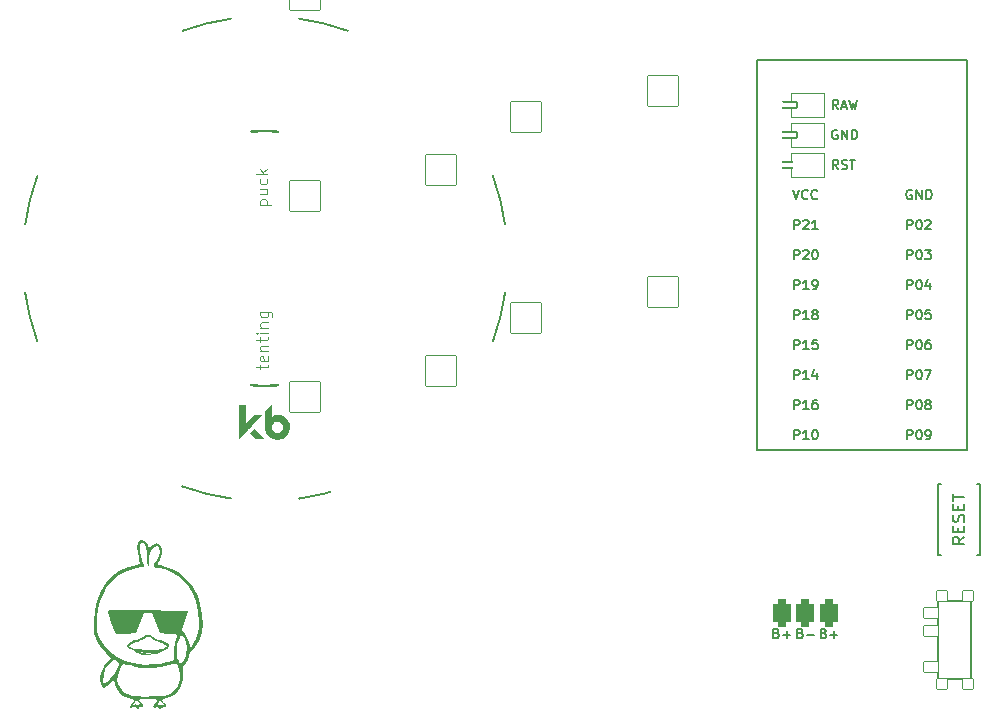
<source format=gto>
%TF.GenerationSoftware,KiCad,Pcbnew,(6.0.4-0)*%
%TF.CreationDate,2022-05-13T08:55:53+02:00*%
%TF.ProjectId,battoota,62617474-6f6f-4746-912e-6b696361645f,v1.0.0*%
%TF.SameCoordinates,Original*%
%TF.FileFunction,Legend,Top*%
%TF.FilePolarity,Positive*%
%FSLAX46Y46*%
G04 Gerber Fmt 4.6, Leading zero omitted, Abs format (unit mm)*
G04 Created by KiCad (PCBNEW (6.0.4-0)) date 2022-05-13 08:55:53*
%MOMM*%
%LPD*%
G01*
G04 APERTURE LIST*
G04 Aperture macros list*
%AMRoundRect*
0 Rectangle with rounded corners*
0 $1 Rounding radius*
0 $2 $3 $4 $5 $6 $7 $8 $9 X,Y pos of 4 corners*
0 Add a 4 corners polygon primitive as box body*
4,1,4,$2,$3,$4,$5,$6,$7,$8,$9,$2,$3,0*
0 Add four circle primitives for the rounded corners*
1,1,$1+$1,$2,$3*
1,1,$1+$1,$4,$5*
1,1,$1+$1,$6,$7*
1,1,$1+$1,$8,$9*
0 Add four rect primitives between the rounded corners*
20,1,$1+$1,$2,$3,$4,$5,0*
20,1,$1+$1,$4,$5,$6,$7,0*
20,1,$1+$1,$6,$7,$8,$9,0*
20,1,$1+$1,$8,$9,$2,$3,0*%
%AMFreePoly0*
4,1,16,0.535355,0.785355,0.550000,0.750000,0.550000,-0.750000,0.535355,-0.785355,0.500000,-0.800000,-0.650000,-0.800000,-0.685355,-0.785355,-0.700000,-0.750000,-0.691603,-0.722265,-0.210093,0.000000,-0.691603,0.722265,-0.699029,0.759806,-0.677735,0.791603,-0.650000,0.800000,0.500000,0.800000,0.535355,0.785355,0.535355,0.785355,$1*%
%AMFreePoly1*
4,1,16,0.535355,0.785355,0.541603,0.777735,1.041603,0.027735,1.049029,-0.009806,1.041603,-0.027735,0.541603,-0.777735,0.509806,-0.799029,0.500000,-0.800000,-0.500000,-0.800000,-0.535355,-0.785355,-0.550000,-0.750000,-0.550000,0.750000,-0.535355,0.785355,-0.500000,0.800000,0.500000,0.800000,0.535355,0.785355,0.535355,0.785355,$1*%
G04 Aperture macros list end*
%ADD10C,0.150000*%
%ADD11C,0.100000*%
%ADD12C,0.120000*%
%ADD13C,0.200000*%
%ADD14C,0.010000*%
%ADD15RoundRect,0.375000X-0.375000X-0.750000X0.375000X-0.750000X0.375000X0.750000X-0.375000X0.750000X0*%
%ADD16C,2.000000*%
%ADD17C,1.752600*%
%ADD18RoundRect,0.050000X-0.450000X0.450000X-0.450000X-0.450000X0.450000X-0.450000X0.450000X0.450000X0*%
%ADD19RoundRect,0.050000X-0.625000X0.450000X-0.625000X-0.450000X0.625000X-0.450000X0.625000X0.450000X0*%
%ADD20RoundRect,0.425000X-0.375000X-0.750000X0.375000X-0.750000X0.375000X0.750000X-0.375000X0.750000X0*%
%ADD21C,2.100000*%
%ADD22C,3.100000*%
%ADD23C,1.801800*%
%ADD24C,3.529000*%
%ADD25RoundRect,0.050000X-1.054507X-1.505993X1.505993X-1.054507X1.054507X1.505993X-1.505993X1.054507X0*%
%ADD26C,2.132000*%
%ADD27RoundRect,0.050000X-1.181751X-1.408356X1.408356X-1.181751X1.181751X1.408356X-1.408356X1.181751X0*%
%ADD28RoundRect,0.050000X-1.300000X-1.300000X1.300000X-1.300000X1.300000X1.300000X-1.300000X1.300000X0*%
%ADD29RoundRect,0.050000X-1.775833X-0.475833X0.475833X-1.775833X1.775833X0.475833X-0.475833X1.775833X0*%
%ADD30C,1.100000*%
%ADD31RoundRect,0.050000X-0.863113X-1.623279X1.623279X-0.863113X0.863113X1.623279X-1.623279X0.863113X0*%
%ADD32RoundRect,0.050000X-1.592168X-0.919239X0.919239X-1.592168X1.592168X0.919239X-0.919239X1.592168X0*%
%ADD33C,1.852600*%
%ADD34FreePoly0,180.000000*%
%ADD35RoundRect,0.050000X-0.762000X0.250000X-0.762000X-0.250000X0.762000X-0.250000X0.762000X0.250000X0*%
%ADD36FreePoly1,180.000000*%
%ADD37C,4.500000*%
G04 APERTURE END LIST*
D10*
%TO.C,PAD1*%
X149107300Y56420824D02*
X149221586Y56382729D01*
X149259681Y56344634D01*
X149297776Y56268443D01*
X149297776Y56154158D01*
X149259681Y56077967D01*
X149221586Y56039872D01*
X149145396Y56001777D01*
X148840634Y56001777D01*
X148840634Y56801777D01*
X149107300Y56801777D01*
X149183491Y56763682D01*
X149221586Y56725586D01*
X149259681Y56649396D01*
X149259681Y56573205D01*
X149221586Y56497015D01*
X149183491Y56458920D01*
X149107300Y56420824D01*
X148840634Y56420824D01*
X149640634Y56306539D02*
X150250157Y56306539D01*
X147107300Y56420824D02*
X147221586Y56382729D01*
X147259681Y56344634D01*
X147297776Y56268443D01*
X147297776Y56154158D01*
X147259681Y56077967D01*
X147221586Y56039872D01*
X147145396Y56001777D01*
X146840634Y56001777D01*
X146840634Y56801777D01*
X147107300Y56801777D01*
X147183491Y56763682D01*
X147221586Y56725586D01*
X147259681Y56649396D01*
X147259681Y56573205D01*
X147221586Y56497015D01*
X147183491Y56458920D01*
X147107300Y56420824D01*
X146840634Y56420824D01*
X147640634Y56306539D02*
X148250157Y56306539D01*
X147945396Y56001777D02*
X147945396Y56611301D01*
X151107300Y56420824D02*
X151221586Y56382729D01*
X151259681Y56344634D01*
X151297776Y56268443D01*
X151297776Y56154158D01*
X151259681Y56077967D01*
X151221586Y56039872D01*
X151145396Y56001777D01*
X150840634Y56001777D01*
X150840634Y56801777D01*
X151107300Y56801777D01*
X151183491Y56763682D01*
X151221586Y56725586D01*
X151259681Y56649396D01*
X151259681Y56573205D01*
X151221586Y56497015D01*
X151183491Y56458920D01*
X151107300Y56420824D01*
X150840634Y56420824D01*
X151640634Y56306539D02*
X152250157Y56306539D01*
X151945396Y56001777D02*
X151945396Y56611301D01*
%TO.C,B1*%
X163012380Y64587619D02*
X162536190Y64254285D01*
X163012380Y64016190D02*
X162012380Y64016190D01*
X162012380Y64397142D01*
X162060000Y64492380D01*
X162107619Y64540000D01*
X162202857Y64587619D01*
X162345714Y64587619D01*
X162440952Y64540000D01*
X162488571Y64492380D01*
X162536190Y64397142D01*
X162536190Y64016190D01*
X162488571Y65016190D02*
X162488571Y65349523D01*
X163012380Y65492380D02*
X163012380Y65016190D01*
X162012380Y65016190D01*
X162012380Y65492380D01*
X162964761Y65873333D02*
X163012380Y66016190D01*
X163012380Y66254285D01*
X162964761Y66349523D01*
X162917142Y66397142D01*
X162821904Y66444761D01*
X162726666Y66444761D01*
X162631428Y66397142D01*
X162583809Y66349523D01*
X162536190Y66254285D01*
X162488571Y66063809D01*
X162440952Y65968571D01*
X162393333Y65920952D01*
X162298095Y65873333D01*
X162202857Y65873333D01*
X162107619Y65920952D01*
X162060000Y65968571D01*
X162012380Y66063809D01*
X162012380Y66301904D01*
X162060000Y66444761D01*
X162488571Y66873333D02*
X162488571Y67206666D01*
X163012380Y67349523D02*
X163012380Y66873333D01*
X162012380Y66873333D01*
X162012380Y67349523D01*
X162012380Y67635238D02*
X162012380Y68206666D01*
X163012380Y67920952D02*
X162012380Y67920952D01*
%TO.C,MCU1*%
X158185784Y75380637D02*
X158185784Y76180637D01*
X158490546Y76180637D01*
X158566736Y76142542D01*
X158604832Y76104446D01*
X158642927Y76028256D01*
X158642927Y75913970D01*
X158604832Y75837780D01*
X158566736Y75799684D01*
X158490546Y75761589D01*
X158185784Y75761589D01*
X159138165Y76180637D02*
X159214355Y76180637D01*
X159290546Y76142542D01*
X159328641Y76104446D01*
X159366736Y76028256D01*
X159404832Y75875875D01*
X159404832Y75685399D01*
X159366736Y75533018D01*
X159328641Y75456827D01*
X159290546Y75418732D01*
X159214355Y75380637D01*
X159138165Y75380637D01*
X159061974Y75418732D01*
X159023879Y75456827D01*
X158985784Y75533018D01*
X158947689Y75685399D01*
X158947689Y75875875D01*
X158985784Y76028256D01*
X159023879Y76104446D01*
X159061974Y76142542D01*
X159138165Y76180637D01*
X159861974Y75837780D02*
X159785784Y75875875D01*
X159747689Y75913970D01*
X159709593Y75990161D01*
X159709593Y76028256D01*
X159747689Y76104446D01*
X159785784Y76142542D01*
X159861974Y76180637D01*
X160014355Y76180637D01*
X160090546Y76142542D01*
X160128641Y76104446D01*
X160166736Y76028256D01*
X160166736Y75990161D01*
X160128641Y75913970D01*
X160090546Y75875875D01*
X160014355Y75837780D01*
X159861974Y75837780D01*
X159785784Y75799684D01*
X159747689Y75761589D01*
X159709593Y75685399D01*
X159709593Y75533018D01*
X159747689Y75456827D01*
X159785784Y75418732D01*
X159861974Y75380637D01*
X160014355Y75380637D01*
X160090546Y75418732D01*
X160128641Y75456827D01*
X160166736Y75533018D01*
X160166736Y75685399D01*
X160128641Y75761589D01*
X160090546Y75799684D01*
X160014355Y75837780D01*
X148585784Y90620637D02*
X148585784Y91420637D01*
X148890546Y91420637D01*
X148966736Y91382542D01*
X149004832Y91344446D01*
X149042927Y91268256D01*
X149042927Y91153970D01*
X149004832Y91077780D01*
X148966736Y91039684D01*
X148890546Y91001589D01*
X148585784Y91001589D01*
X149347689Y91344446D02*
X149385784Y91382542D01*
X149461974Y91420637D01*
X149652451Y91420637D01*
X149728641Y91382542D01*
X149766736Y91344446D01*
X149804832Y91268256D01*
X149804832Y91192065D01*
X149766736Y91077780D01*
X149309593Y90620637D01*
X149804832Y90620637D01*
X150566736Y90620637D02*
X150109593Y90620637D01*
X150338165Y90620637D02*
X150338165Y91420637D01*
X150261974Y91306351D01*
X150185784Y91230161D01*
X150109593Y91192065D01*
X148585784Y77920637D02*
X148585784Y78720637D01*
X148890546Y78720637D01*
X148966736Y78682542D01*
X149004832Y78644446D01*
X149042927Y78568256D01*
X149042927Y78453970D01*
X149004832Y78377780D01*
X148966736Y78339684D01*
X148890546Y78301589D01*
X148585784Y78301589D01*
X149804832Y77920637D02*
X149347689Y77920637D01*
X149576260Y77920637D02*
X149576260Y78720637D01*
X149500070Y78606351D01*
X149423879Y78530161D01*
X149347689Y78492065D01*
X150490546Y78453970D02*
X150490546Y77920637D01*
X150300070Y78758732D02*
X150109593Y78187303D01*
X150604832Y78187303D01*
X148585784Y88080637D02*
X148585784Y88880637D01*
X148890546Y88880637D01*
X148966736Y88842542D01*
X149004832Y88804446D01*
X149042927Y88728256D01*
X149042927Y88613970D01*
X149004832Y88537780D01*
X148966736Y88499684D01*
X148890546Y88461589D01*
X148585784Y88461589D01*
X149347689Y88804446D02*
X149385784Y88842542D01*
X149461974Y88880637D01*
X149652451Y88880637D01*
X149728641Y88842542D01*
X149766736Y88804446D01*
X149804832Y88728256D01*
X149804832Y88652065D01*
X149766736Y88537780D01*
X149309593Y88080637D01*
X149804832Y88080637D01*
X150300070Y88880637D02*
X150376260Y88880637D01*
X150452451Y88842542D01*
X150490546Y88804446D01*
X150528641Y88728256D01*
X150566736Y88575875D01*
X150566736Y88385399D01*
X150528641Y88233018D01*
X150490546Y88156827D01*
X150452451Y88118732D01*
X150376260Y88080637D01*
X150300070Y88080637D01*
X150223879Y88118732D01*
X150185784Y88156827D01*
X150147689Y88233018D01*
X150109593Y88385399D01*
X150109593Y88575875D01*
X150147689Y88728256D01*
X150185784Y88804446D01*
X150223879Y88842542D01*
X150300070Y88880637D01*
X152305594Y95700637D02*
X152038928Y96081589D01*
X151848451Y95700637D02*
X151848451Y96500637D01*
X152153213Y96500637D01*
X152229404Y96462542D01*
X152267499Y96424446D01*
X152305594Y96348256D01*
X152305594Y96233970D01*
X152267499Y96157780D01*
X152229404Y96119684D01*
X152153213Y96081589D01*
X151848451Y96081589D01*
X152610356Y95738732D02*
X152724642Y95700637D01*
X152915118Y95700637D01*
X152991309Y95738732D01*
X153029404Y95776827D01*
X153067499Y95853018D01*
X153067499Y95929208D01*
X153029404Y96005399D01*
X152991309Y96043494D01*
X152915118Y96081589D01*
X152762737Y96119684D01*
X152686547Y96157780D01*
X152648451Y96195875D01*
X152610356Y96272065D01*
X152610356Y96348256D01*
X152648451Y96424446D01*
X152686547Y96462542D01*
X152762737Y96500637D01*
X152953213Y96500637D01*
X153067499Y96462542D01*
X153296070Y96500637D02*
X153753213Y96500637D01*
X153524642Y95700637D02*
X153524642Y96500637D01*
X158185784Y72840637D02*
X158185784Y73640637D01*
X158490546Y73640637D01*
X158566736Y73602542D01*
X158604832Y73564446D01*
X158642927Y73488256D01*
X158642927Y73373970D01*
X158604832Y73297780D01*
X158566736Y73259684D01*
X158490546Y73221589D01*
X158185784Y73221589D01*
X159138165Y73640637D02*
X159214355Y73640637D01*
X159290546Y73602542D01*
X159328641Y73564446D01*
X159366736Y73488256D01*
X159404832Y73335875D01*
X159404832Y73145399D01*
X159366736Y72993018D01*
X159328641Y72916827D01*
X159290546Y72878732D01*
X159214355Y72840637D01*
X159138165Y72840637D01*
X159061974Y72878732D01*
X159023879Y72916827D01*
X158985784Y72993018D01*
X158947689Y73145399D01*
X158947689Y73335875D01*
X158985784Y73488256D01*
X159023879Y73564446D01*
X159061974Y73602542D01*
X159138165Y73640637D01*
X159785784Y72840637D02*
X159938165Y72840637D01*
X160014355Y72878732D01*
X160052451Y72916827D01*
X160128641Y73031113D01*
X160166736Y73183494D01*
X160166736Y73488256D01*
X160128641Y73564446D01*
X160090546Y73602542D01*
X160014355Y73640637D01*
X159861974Y73640637D01*
X159785784Y73602542D01*
X159747689Y73564446D01*
X159709593Y73488256D01*
X159709593Y73297780D01*
X159747689Y73221589D01*
X159785784Y73183494D01*
X159861974Y73145399D01*
X160014355Y73145399D01*
X160090546Y73183494D01*
X160128641Y73221589D01*
X160166736Y73297780D01*
X148585784Y75380637D02*
X148585784Y76180637D01*
X148890546Y76180637D01*
X148966736Y76142542D01*
X149004832Y76104446D01*
X149042927Y76028256D01*
X149042927Y75913970D01*
X149004832Y75837780D01*
X148966736Y75799684D01*
X148890546Y75761589D01*
X148585784Y75761589D01*
X149804832Y75380637D02*
X149347689Y75380637D01*
X149576260Y75380637D02*
X149576260Y76180637D01*
X149500070Y76066351D01*
X149423879Y75990161D01*
X149347689Y75952065D01*
X150490546Y76180637D02*
X150338165Y76180637D01*
X150261974Y76142542D01*
X150223879Y76104446D01*
X150147689Y75990161D01*
X150109593Y75837780D01*
X150109593Y75533018D01*
X150147689Y75456827D01*
X150185784Y75418732D01*
X150261974Y75380637D01*
X150414355Y75380637D01*
X150490546Y75418732D01*
X150528641Y75456827D01*
X150566736Y75533018D01*
X150566736Y75723494D01*
X150528641Y75799684D01*
X150490546Y75837780D01*
X150414355Y75875875D01*
X150261974Y75875875D01*
X150185784Y75837780D01*
X150147689Y75799684D01*
X150109593Y75723494D01*
X152305595Y100780637D02*
X152038928Y101161589D01*
X151848452Y100780637D02*
X151848452Y101580637D01*
X152153214Y101580637D01*
X152229404Y101542542D01*
X152267499Y101504446D01*
X152305595Y101428256D01*
X152305595Y101313970D01*
X152267499Y101237780D01*
X152229404Y101199684D01*
X152153214Y101161589D01*
X151848452Y101161589D01*
X152610356Y101009208D02*
X152991309Y101009208D01*
X152534166Y100780637D02*
X152800833Y101580637D01*
X153067499Y100780637D01*
X153257976Y101580637D02*
X153448452Y100780637D01*
X153600833Y101352065D01*
X153753214Y100780637D01*
X153943690Y101580637D01*
X158185784Y90620637D02*
X158185784Y91420637D01*
X158490546Y91420637D01*
X158566736Y91382542D01*
X158604832Y91344446D01*
X158642927Y91268256D01*
X158642927Y91153970D01*
X158604832Y91077780D01*
X158566736Y91039684D01*
X158490546Y91001589D01*
X158185784Y91001589D01*
X159138165Y91420637D02*
X159214355Y91420637D01*
X159290546Y91382542D01*
X159328641Y91344446D01*
X159366736Y91268256D01*
X159404832Y91115875D01*
X159404832Y90925399D01*
X159366736Y90773018D01*
X159328641Y90696827D01*
X159290546Y90658732D01*
X159214355Y90620637D01*
X159138165Y90620637D01*
X159061974Y90658732D01*
X159023879Y90696827D01*
X158985784Y90773018D01*
X158947689Y90925399D01*
X158947689Y91115875D01*
X158985784Y91268256D01*
X159023879Y91344446D01*
X159061974Y91382542D01*
X159138165Y91420637D01*
X159709593Y91344446D02*
X159747689Y91382542D01*
X159823879Y91420637D01*
X160014355Y91420637D01*
X160090546Y91382542D01*
X160128641Y91344446D01*
X160166736Y91268256D01*
X160166736Y91192065D01*
X160128641Y91077780D01*
X159671498Y90620637D01*
X160166736Y90620637D01*
X148585784Y83000637D02*
X148585784Y83800637D01*
X148890546Y83800637D01*
X148966736Y83762542D01*
X149004832Y83724446D01*
X149042927Y83648256D01*
X149042927Y83533970D01*
X149004832Y83457780D01*
X148966736Y83419684D01*
X148890546Y83381589D01*
X148585784Y83381589D01*
X149804832Y83000637D02*
X149347689Y83000637D01*
X149576260Y83000637D02*
X149576260Y83800637D01*
X149500070Y83686351D01*
X149423879Y83610161D01*
X149347689Y83572065D01*
X150261974Y83457780D02*
X150185784Y83495875D01*
X150147689Y83533970D01*
X150109593Y83610161D01*
X150109593Y83648256D01*
X150147689Y83724446D01*
X150185784Y83762542D01*
X150261974Y83800637D01*
X150414355Y83800637D01*
X150490546Y83762542D01*
X150528641Y83724446D01*
X150566736Y83648256D01*
X150566736Y83610161D01*
X150528641Y83533970D01*
X150490546Y83495875D01*
X150414355Y83457780D01*
X150261974Y83457780D01*
X150185784Y83419684D01*
X150147689Y83381589D01*
X150109593Y83305399D01*
X150109593Y83153018D01*
X150147689Y83076827D01*
X150185784Y83038732D01*
X150261974Y83000637D01*
X150414355Y83000637D01*
X150490546Y83038732D01*
X150528641Y83076827D01*
X150566736Y83153018D01*
X150566736Y83305399D01*
X150528641Y83381589D01*
X150490546Y83419684D01*
X150414355Y83457780D01*
X148585784Y72840637D02*
X148585784Y73640637D01*
X148890546Y73640637D01*
X148966736Y73602542D01*
X149004832Y73564446D01*
X149042927Y73488256D01*
X149042927Y73373970D01*
X149004832Y73297780D01*
X148966736Y73259684D01*
X148890546Y73221589D01*
X148585784Y73221589D01*
X149804832Y72840637D02*
X149347689Y72840637D01*
X149576260Y72840637D02*
X149576260Y73640637D01*
X149500070Y73526351D01*
X149423879Y73450161D01*
X149347689Y73412065D01*
X150300070Y73640637D02*
X150376260Y73640637D01*
X150452451Y73602542D01*
X150490546Y73564446D01*
X150528641Y73488256D01*
X150566736Y73335875D01*
X150566736Y73145399D01*
X150528641Y72993018D01*
X150490546Y72916827D01*
X150452451Y72878732D01*
X150376260Y72840637D01*
X150300070Y72840637D01*
X150223879Y72878732D01*
X150185784Y72916827D01*
X150147689Y72993018D01*
X150109593Y73145399D01*
X150109593Y73335875D01*
X150147689Y73488256D01*
X150185784Y73564446D01*
X150223879Y73602542D01*
X150300070Y73640637D01*
X158547689Y93922542D02*
X158471498Y93960637D01*
X158357213Y93960637D01*
X158242927Y93922542D01*
X158166736Y93846351D01*
X158128641Y93770161D01*
X158090546Y93617780D01*
X158090546Y93503494D01*
X158128641Y93351113D01*
X158166736Y93274922D01*
X158242927Y93198732D01*
X158357213Y93160637D01*
X158433403Y93160637D01*
X158547689Y93198732D01*
X158585784Y93236827D01*
X158585784Y93503494D01*
X158433403Y93503494D01*
X158928641Y93160637D02*
X158928641Y93960637D01*
X159385784Y93160637D01*
X159385784Y93960637D01*
X159766736Y93160637D02*
X159766736Y93960637D01*
X159957213Y93960637D01*
X160071498Y93922542D01*
X160147689Y93846351D01*
X160185784Y93770161D01*
X160223879Y93617780D01*
X160223879Y93503494D01*
X160185784Y93351113D01*
X160147689Y93274922D01*
X160071498Y93198732D01*
X159957213Y93160637D01*
X159766736Y93160637D01*
X158185784Y88080637D02*
X158185784Y88880637D01*
X158490546Y88880637D01*
X158566736Y88842542D01*
X158604832Y88804446D01*
X158642927Y88728256D01*
X158642927Y88613970D01*
X158604832Y88537780D01*
X158566736Y88499684D01*
X158490546Y88461589D01*
X158185784Y88461589D01*
X159138165Y88880637D02*
X159214355Y88880637D01*
X159290546Y88842542D01*
X159328641Y88804446D01*
X159366736Y88728256D01*
X159404832Y88575875D01*
X159404832Y88385399D01*
X159366736Y88233018D01*
X159328641Y88156827D01*
X159290546Y88118732D01*
X159214355Y88080637D01*
X159138165Y88080637D01*
X159061974Y88118732D01*
X159023879Y88156827D01*
X158985784Y88233018D01*
X158947689Y88385399D01*
X158947689Y88575875D01*
X158985784Y88728256D01*
X159023879Y88804446D01*
X159061974Y88842542D01*
X159138165Y88880637D01*
X159671498Y88880637D02*
X160166736Y88880637D01*
X159900070Y88575875D01*
X160014355Y88575875D01*
X160090546Y88537780D01*
X160128641Y88499684D01*
X160166736Y88423494D01*
X160166736Y88233018D01*
X160128641Y88156827D01*
X160090546Y88118732D01*
X160014355Y88080637D01*
X159785784Y88080637D01*
X159709593Y88118732D01*
X159671498Y88156827D01*
X158185784Y77920637D02*
X158185784Y78720637D01*
X158490546Y78720637D01*
X158566736Y78682542D01*
X158604832Y78644446D01*
X158642927Y78568256D01*
X158642927Y78453970D01*
X158604832Y78377780D01*
X158566736Y78339684D01*
X158490546Y78301589D01*
X158185784Y78301589D01*
X159138165Y78720637D02*
X159214355Y78720637D01*
X159290546Y78682542D01*
X159328641Y78644446D01*
X159366736Y78568256D01*
X159404832Y78415875D01*
X159404832Y78225399D01*
X159366736Y78073018D01*
X159328641Y77996827D01*
X159290546Y77958732D01*
X159214355Y77920637D01*
X159138165Y77920637D01*
X159061974Y77958732D01*
X159023879Y77996827D01*
X158985784Y78073018D01*
X158947689Y78225399D01*
X158947689Y78415875D01*
X158985784Y78568256D01*
X159023879Y78644446D01*
X159061974Y78682542D01*
X159138165Y78720637D01*
X159671498Y78720637D02*
X160204832Y78720637D01*
X159861974Y77920637D01*
X148585784Y85540637D02*
X148585784Y86340637D01*
X148890546Y86340637D01*
X148966736Y86302542D01*
X149004832Y86264446D01*
X149042927Y86188256D01*
X149042927Y86073970D01*
X149004832Y85997780D01*
X148966736Y85959684D01*
X148890546Y85921589D01*
X148585784Y85921589D01*
X149804832Y85540637D02*
X149347689Y85540637D01*
X149576260Y85540637D02*
X149576260Y86340637D01*
X149500070Y86226351D01*
X149423879Y86150161D01*
X149347689Y86112065D01*
X150185784Y85540637D02*
X150338165Y85540637D01*
X150414355Y85578732D01*
X150452451Y85616827D01*
X150528641Y85731113D01*
X150566736Y85883494D01*
X150566736Y86188256D01*
X150528641Y86264446D01*
X150490546Y86302542D01*
X150414355Y86340637D01*
X150261974Y86340637D01*
X150185784Y86302542D01*
X150147689Y86264446D01*
X150109593Y86188256D01*
X150109593Y85997780D01*
X150147689Y85921589D01*
X150185784Y85883494D01*
X150261974Y85845399D01*
X150414355Y85845399D01*
X150490546Y85883494D01*
X150528641Y85921589D01*
X150566736Y85997780D01*
X152248452Y99002542D02*
X152172261Y99040637D01*
X152057976Y99040637D01*
X151943690Y99002542D01*
X151867499Y98926351D01*
X151829404Y98850161D01*
X151791309Y98697780D01*
X151791309Y98583494D01*
X151829404Y98431113D01*
X151867499Y98354922D01*
X151943690Y98278732D01*
X152057976Y98240637D01*
X152134166Y98240637D01*
X152248452Y98278732D01*
X152286547Y98316827D01*
X152286547Y98583494D01*
X152134166Y98583494D01*
X152629404Y98240637D02*
X152629404Y99040637D01*
X153086547Y98240637D01*
X153086547Y99040637D01*
X153467499Y98240637D02*
X153467499Y99040637D01*
X153657976Y99040637D01*
X153772261Y99002542D01*
X153848452Y98926351D01*
X153886547Y98850161D01*
X153924642Y98697780D01*
X153924642Y98583494D01*
X153886547Y98431113D01*
X153848452Y98354922D01*
X153772261Y98278732D01*
X153657976Y98240637D01*
X153467499Y98240637D01*
X158185784Y85540637D02*
X158185784Y86340637D01*
X158490546Y86340637D01*
X158566736Y86302542D01*
X158604832Y86264446D01*
X158642927Y86188256D01*
X158642927Y86073970D01*
X158604832Y85997780D01*
X158566736Y85959684D01*
X158490546Y85921589D01*
X158185784Y85921589D01*
X159138165Y86340637D02*
X159214355Y86340637D01*
X159290546Y86302542D01*
X159328641Y86264446D01*
X159366736Y86188256D01*
X159404832Y86035875D01*
X159404832Y85845399D01*
X159366736Y85693018D01*
X159328641Y85616827D01*
X159290546Y85578732D01*
X159214355Y85540637D01*
X159138165Y85540637D01*
X159061974Y85578732D01*
X159023879Y85616827D01*
X158985784Y85693018D01*
X158947689Y85845399D01*
X158947689Y86035875D01*
X158985784Y86188256D01*
X159023879Y86264446D01*
X159061974Y86302542D01*
X159138165Y86340637D01*
X160090546Y86073970D02*
X160090546Y85540637D01*
X159900070Y86378732D02*
X159709593Y85807303D01*
X160204832Y85807303D01*
X158185784Y83000637D02*
X158185784Y83800637D01*
X158490546Y83800637D01*
X158566736Y83762542D01*
X158604832Y83724446D01*
X158642927Y83648256D01*
X158642927Y83533970D01*
X158604832Y83457780D01*
X158566736Y83419684D01*
X158490546Y83381589D01*
X158185784Y83381589D01*
X159138165Y83800637D02*
X159214355Y83800637D01*
X159290546Y83762542D01*
X159328641Y83724446D01*
X159366736Y83648256D01*
X159404832Y83495875D01*
X159404832Y83305399D01*
X159366736Y83153018D01*
X159328641Y83076827D01*
X159290546Y83038732D01*
X159214355Y83000637D01*
X159138165Y83000637D01*
X159061974Y83038732D01*
X159023879Y83076827D01*
X158985784Y83153018D01*
X158947689Y83305399D01*
X158947689Y83495875D01*
X158985784Y83648256D01*
X159023879Y83724446D01*
X159061974Y83762542D01*
X159138165Y83800637D01*
X160128641Y83800637D02*
X159747689Y83800637D01*
X159709593Y83419684D01*
X159747689Y83457780D01*
X159823879Y83495875D01*
X160014355Y83495875D01*
X160090546Y83457780D01*
X160128641Y83419684D01*
X160166736Y83343494D01*
X160166736Y83153018D01*
X160128641Y83076827D01*
X160090546Y83038732D01*
X160014355Y83000637D01*
X159823879Y83000637D01*
X159747689Y83038732D01*
X159709593Y83076827D01*
X148585784Y80460637D02*
X148585784Y81260637D01*
X148890546Y81260637D01*
X148966736Y81222542D01*
X149004832Y81184446D01*
X149042927Y81108256D01*
X149042927Y80993970D01*
X149004832Y80917780D01*
X148966736Y80879684D01*
X148890546Y80841589D01*
X148585784Y80841589D01*
X149804832Y80460637D02*
X149347689Y80460637D01*
X149576260Y80460637D02*
X149576260Y81260637D01*
X149500070Y81146351D01*
X149423879Y81070161D01*
X149347689Y81032065D01*
X150528641Y81260637D02*
X150147689Y81260637D01*
X150109593Y80879684D01*
X150147689Y80917780D01*
X150223879Y80955875D01*
X150414355Y80955875D01*
X150490546Y80917780D01*
X150528641Y80879684D01*
X150566736Y80803494D01*
X150566736Y80613018D01*
X150528641Y80536827D01*
X150490546Y80498732D01*
X150414355Y80460637D01*
X150223879Y80460637D01*
X150147689Y80498732D01*
X150109593Y80536827D01*
X158185784Y80460637D02*
X158185784Y81260637D01*
X158490546Y81260637D01*
X158566736Y81222542D01*
X158604832Y81184446D01*
X158642927Y81108256D01*
X158642927Y80993970D01*
X158604832Y80917780D01*
X158566736Y80879684D01*
X158490546Y80841589D01*
X158185784Y80841589D01*
X159138165Y81260637D02*
X159214355Y81260637D01*
X159290546Y81222542D01*
X159328641Y81184446D01*
X159366736Y81108256D01*
X159404832Y80955875D01*
X159404832Y80765399D01*
X159366736Y80613018D01*
X159328641Y80536827D01*
X159290546Y80498732D01*
X159214355Y80460637D01*
X159138165Y80460637D01*
X159061974Y80498732D01*
X159023879Y80536827D01*
X158985784Y80613018D01*
X158947689Y80765399D01*
X158947689Y80955875D01*
X158985784Y81108256D01*
X159023879Y81184446D01*
X159061974Y81222542D01*
X159138165Y81260637D01*
X160090546Y81260637D02*
X159938165Y81260637D01*
X159861974Y81222542D01*
X159823879Y81184446D01*
X159747689Y81070161D01*
X159709593Y80917780D01*
X159709593Y80613018D01*
X159747689Y80536827D01*
X159785784Y80498732D01*
X159861974Y80460637D01*
X160014355Y80460637D01*
X160090546Y80498732D01*
X160128641Y80536827D01*
X160166736Y80613018D01*
X160166736Y80803494D01*
X160128641Y80879684D01*
X160090546Y80917780D01*
X160014355Y80955875D01*
X159861974Y80955875D01*
X159785784Y80917780D01*
X159747689Y80879684D01*
X159709593Y80803494D01*
X148490546Y93960637D02*
X148757213Y93160637D01*
X149023879Y93960637D01*
X149747689Y93236827D02*
X149709593Y93198732D01*
X149595308Y93160637D01*
X149519117Y93160637D01*
X149404832Y93198732D01*
X149328641Y93274922D01*
X149290546Y93351113D01*
X149252451Y93503494D01*
X149252451Y93617780D01*
X149290546Y93770161D01*
X149328641Y93846351D01*
X149404832Y93922542D01*
X149519117Y93960637D01*
X149595308Y93960637D01*
X149709593Y93922542D01*
X149747689Y93884446D01*
X150547689Y93236827D02*
X150509593Y93198732D01*
X150395308Y93160637D01*
X150319117Y93160637D01*
X150204832Y93198732D01*
X150128641Y93274922D01*
X150090546Y93351113D01*
X150052451Y93503494D01*
X150052451Y93617780D01*
X150090546Y93770161D01*
X150128641Y93846351D01*
X150204832Y93922542D01*
X150319117Y93960637D01*
X150395308Y93960637D01*
X150509593Y93922542D01*
X150547689Y93884446D01*
D11*
%TO.C,REF\u002A\u002A*%
X103392434Y78783427D02*
X103392434Y79164379D01*
X103059100Y78926284D02*
X103916243Y78926284D01*
X104011481Y78973903D01*
X104059100Y79069141D01*
X104059100Y79164379D01*
X104011481Y79878665D02*
X104059100Y79783427D01*
X104059100Y79592950D01*
X104011481Y79497712D01*
X103916243Y79450093D01*
X103535291Y79450093D01*
X103440053Y79497712D01*
X103392434Y79592950D01*
X103392434Y79783427D01*
X103440053Y79878665D01*
X103535291Y79926284D01*
X103630529Y79926284D01*
X103725767Y79450093D01*
X103392434Y80354855D02*
X104059100Y80354855D01*
X103487672Y80354855D02*
X103440053Y80402474D01*
X103392434Y80497712D01*
X103392434Y80640569D01*
X103440053Y80735807D01*
X103535291Y80783427D01*
X104059100Y80783427D01*
X103392434Y81116760D02*
X103392434Y81497712D01*
X103059100Y81259617D02*
X103916243Y81259617D01*
X104011481Y81307236D01*
X104059100Y81402474D01*
X104059100Y81497712D01*
X104059100Y81831046D02*
X103392434Y81831046D01*
X103059100Y81831046D02*
X103106720Y81783427D01*
X103154339Y81831046D01*
X103106720Y81878665D01*
X103059100Y81831046D01*
X103154339Y81831046D01*
X103392434Y82307236D02*
X104059100Y82307236D01*
X103487672Y82307236D02*
X103440053Y82354855D01*
X103392434Y82450093D01*
X103392434Y82592950D01*
X103440053Y82688188D01*
X103535291Y82735807D01*
X104059100Y82735807D01*
X103392434Y83640569D02*
X104201958Y83640569D01*
X104297196Y83592950D01*
X104344815Y83545331D01*
X104392434Y83450093D01*
X104392434Y83307236D01*
X104344815Y83211998D01*
X104011481Y83640569D02*
X104059100Y83545331D01*
X104059100Y83354855D01*
X104011481Y83259617D01*
X103963862Y83211998D01*
X103868624Y83164379D01*
X103582910Y83164379D01*
X103487672Y83211998D01*
X103440053Y83259617D01*
X103392434Y83354855D01*
X103392434Y83545331D01*
X103440053Y83640569D01*
X103328934Y92673927D02*
X104328934Y92673927D01*
X103376553Y92673927D02*
X103328934Y92769165D01*
X103328934Y92959641D01*
X103376553Y93054879D01*
X103424172Y93102498D01*
X103519410Y93150117D01*
X103805124Y93150117D01*
X103900362Y93102498D01*
X103947981Y93054879D01*
X103995600Y92959641D01*
X103995600Y92769165D01*
X103947981Y92673927D01*
X103328934Y94007260D02*
X103995600Y94007260D01*
X103328934Y93578688D02*
X103852743Y93578688D01*
X103947981Y93626307D01*
X103995600Y93721546D01*
X103995600Y93864403D01*
X103947981Y93959641D01*
X103900362Y94007260D01*
X103947981Y94912022D02*
X103995600Y94816784D01*
X103995600Y94626307D01*
X103947981Y94531069D01*
X103900362Y94483450D01*
X103805124Y94435831D01*
X103519410Y94435831D01*
X103424172Y94483450D01*
X103376553Y94531069D01*
X103328934Y94626307D01*
X103328934Y94816784D01*
X103376553Y94912022D01*
X103995600Y95340593D02*
X102995600Y95340593D01*
X103614648Y95435831D02*
X103995600Y95721546D01*
X103328934Y95721546D02*
X103709886Y95340593D01*
D10*
%TO.C,T1*%
X163592148Y59149495D02*
X160742148Y59149495D01*
X163592148Y53899495D02*
X163592148Y57799495D01*
X160742148Y59149495D02*
X160742148Y52549495D01*
X163592148Y55849495D02*
X163592148Y52549495D01*
X160742148Y52549495D02*
X163592148Y52549495D01*
X163592148Y55849495D02*
X163592148Y59149495D01*
%TO.C,B1*%
X160810000Y63040000D02*
X160810000Y69040000D01*
X164310000Y63040000D02*
X164310000Y69040000D01*
X160810000Y69040000D02*
X161060000Y69040000D01*
X164310000Y63040000D02*
X164060000Y63040000D01*
X164310000Y69040000D02*
X164060000Y69040000D01*
X160810000Y63040000D02*
X161060000Y63040000D01*
%TO.C,G\u002A\u002A\u002A*%
G36*
X92883978Y54811439D02*
G01*
X92740255Y54880814D01*
X92407058Y55056231D01*
X92211599Y55193916D01*
X92131416Y55310999D01*
X92130646Y55316839D01*
X92306885Y55316839D01*
X92323310Y55295956D01*
X92503738Y55201096D01*
X92814003Y55123189D01*
X93215242Y55064583D01*
X93668589Y55027628D01*
X94135180Y55014670D01*
X94576151Y55028060D01*
X94952637Y55070144D01*
X95174422Y55123679D01*
X95401772Y55233273D01*
X95460472Y55348492D01*
X95351061Y55468035D01*
X95074080Y55590598D01*
X94966078Y55625429D01*
X94664565Y55735323D01*
X94407590Y55860367D01*
X94283288Y55946404D01*
X94021677Y56093383D01*
X93736622Y56076183D01*
X93509613Y55948664D01*
X93306784Y55830100D01*
X93019752Y55709005D01*
X92844401Y55651219D01*
X92514387Y55534275D01*
X92332107Y55420696D01*
X92306885Y55316839D01*
X92130646Y55316839D01*
X92126422Y55348860D01*
X92205522Y55535943D01*
X92420663Y55696920D01*
X92738600Y55809825D01*
X92858300Y55832470D01*
X93154436Y55920791D01*
X93435028Y56068739D01*
X93454272Y56082600D01*
X93752550Y56247693D01*
X94019947Y56257391D01*
X94293936Y56111220D01*
X94343195Y56071400D01*
X94555160Y55931295D01*
X94751676Y55860051D01*
X94778751Y55857874D01*
X94966352Y55822347D01*
X95222502Y55735067D01*
X95328663Y55689960D01*
X95559074Y55566867D01*
X95659234Y55452976D01*
X95667330Y55340633D01*
X95591473Y55163612D01*
X95513088Y55091950D01*
X95111759Y54891462D01*
X94805697Y54759395D01*
X94543443Y54679643D01*
X94273536Y54636100D01*
X93989088Y54614958D01*
X93653008Y54603783D01*
X93402897Y54622991D01*
X93169604Y54687303D01*
X93109985Y54713214D01*
X93673799Y54713214D01*
X93780173Y54699930D01*
X93904422Y54697460D01*
X94087543Y54704065D01*
X94137812Y54720951D01*
X94094922Y54734152D01*
X93848204Y54748159D01*
X93713922Y54734152D01*
X93673799Y54713214D01*
X93109985Y54713214D01*
X92957906Y54779309D01*
X93263810Y54779309D01*
X93347033Y54765751D01*
X93456847Y54781317D01*
X93458158Y54810219D01*
X93344841Y54830431D01*
X93295880Y54816903D01*
X93263810Y54779309D01*
X92957906Y54779309D01*
X92883978Y54811439D01*
G37*
G36*
X94497088Y50503045D02*
G01*
X94643295Y50652401D01*
X94666692Y50756195D01*
X94555768Y50821445D01*
X94299012Y50855169D01*
X93904422Y50864400D01*
X93568863Y50857043D01*
X93308698Y50837338D01*
X93161697Y50808830D01*
X93142422Y50792855D01*
X93199034Y50688346D01*
X93311755Y50568066D01*
X93447142Y50400898D01*
X93476988Y50265739D01*
X93400694Y50201812D01*
X93317223Y50210169D01*
X93160615Y50195335D01*
X93108213Y50135377D01*
X93006711Y50026556D01*
X92885968Y50061683D01*
X92834968Y50143183D01*
X92754841Y50223695D01*
X92631524Y50185516D01*
X92462694Y50111812D01*
X92392654Y50148018D01*
X92380422Y50271016D01*
X92421728Y50379808D01*
X92582791Y50379808D01*
X92677340Y50385158D01*
X92749034Y50430786D01*
X92849174Y50473905D01*
X92916959Y50373574D01*
X92929388Y50337018D01*
X92980358Y50214712D01*
X93017398Y50247358D01*
X93029700Y50288207D01*
X93124266Y50392124D01*
X93211226Y50386159D01*
X93282980Y50379386D01*
X93221385Y50454321D01*
X93173785Y50496685D01*
X93022640Y50657352D01*
X92947636Y50779733D01*
X92909598Y50852446D01*
X92895106Y50761545D01*
X92821498Y50610467D01*
X92711837Y50521852D01*
X92594181Y50433079D01*
X92582791Y50379808D01*
X92421728Y50379808D01*
X92447013Y50446405D01*
X92549755Y50545382D01*
X92693986Y50671444D01*
X92682018Y50778173D01*
X92509132Y50871978D01*
X92258894Y50940441D01*
X91805541Y51124714D01*
X91433524Y51442555D01*
X91170096Y51867066D01*
X91092709Y52091419D01*
X90991439Y52470057D01*
X90775764Y52332967D01*
X90561682Y52165937D01*
X90369908Y51974638D01*
X90179727Y51753400D01*
X90000313Y51965066D01*
X89869742Y52239974D01*
X89848473Y52501801D01*
X90095204Y52501801D01*
X90102772Y52276291D01*
X90139765Y52147704D01*
X90163941Y52134400D01*
X90256374Y52188909D01*
X90430173Y52331426D01*
X90603135Y52489954D01*
X91293284Y52489954D01*
X91375226Y52110208D01*
X91476501Y51873648D01*
X91654061Y51601911D01*
X91877885Y51393116D01*
X92168936Y51241165D01*
X92548174Y51139962D01*
X93036561Y51083409D01*
X93655058Y51065408D01*
X94226220Y51073792D01*
X94708800Y51090617D01*
X95060360Y51114249D01*
X95319209Y51150426D01*
X95523658Y51204883D01*
X95712015Y51283357D01*
X95750220Y51301989D01*
X96123921Y51577407D01*
X96396496Y51966219D01*
X96555900Y52437813D01*
X96590089Y52961576D01*
X96540529Y53310769D01*
X96455508Y53618649D01*
X96347306Y53796201D01*
X96181045Y53859979D01*
X95921846Y53826536D01*
X95630184Y53742813D01*
X94953530Y53587774D01*
X94197082Y53510253D01*
X93433171Y53513392D01*
X92734127Y53600336D01*
X92668971Y53614115D01*
X92335075Y53693216D01*
X92053420Y53769503D01*
X91875159Y53828891D01*
X91854808Y53838335D01*
X91752825Y53860391D01*
X91681082Y53771888D01*
X91623707Y53593361D01*
X91533656Y53336287D01*
X91426116Y53126554D01*
X91411179Y53105450D01*
X91304319Y52839623D01*
X91293284Y52489954D01*
X90603135Y52489954D01*
X90635426Y52519550D01*
X90866152Y52778902D01*
X91090809Y53095367D01*
X91281265Y53421544D01*
X91409387Y53710034D01*
X91448261Y53889059D01*
X91380701Y53995723D01*
X91215710Y54113267D01*
X91203142Y54119902D01*
X91054781Y54186990D01*
X90944970Y54184016D01*
X90822020Y54091411D01*
X90654733Y53912295D01*
X90448858Y53651510D01*
X90275909Y53376808D01*
X90223346Y53268946D01*
X90158061Y53047223D01*
X90114491Y52775143D01*
X90095204Y52501801D01*
X89848473Y52501801D01*
X89840202Y52603612D01*
X89902370Y53016274D01*
X90046922Y53438258D01*
X90264536Y53829856D01*
X90504870Y54113825D01*
X90761494Y54357583D01*
X90302999Y54776621D01*
X89826443Y55321596D01*
X89567296Y55759042D01*
X89447141Y56012240D01*
X89368080Y56220018D01*
X89321752Y56429518D01*
X89299794Y56687883D01*
X89293841Y57042258D01*
X89294371Y57297579D01*
X89297495Y57341400D01*
X89553696Y57341400D01*
X89557400Y56928222D01*
X89578822Y56628157D01*
X89627684Y56385171D01*
X89713705Y56143232D01*
X89792844Y55962855D01*
X90136304Y55401988D01*
X90621028Y54892268D01*
X91222119Y54452211D01*
X91914683Y54100333D01*
X92603812Y53872265D01*
X93082786Y53794861D01*
X93663314Y53766986D01*
X94285788Y53786196D01*
X94890603Y53850046D01*
X95418152Y53956093D01*
X95543239Y53992802D01*
X96123723Y54178753D01*
X96070295Y54617077D01*
X96079465Y55080285D01*
X96325881Y55080285D01*
X96327710Y54677744D01*
X96375168Y54316992D01*
X96467775Y54056944D01*
X96475134Y54045253D01*
X96628143Y53811733D01*
X96826284Y53997877D01*
X96966130Y54193782D01*
X97086957Y54469968D01*
X97121864Y54590190D01*
X97176721Y55146150D01*
X97084261Y55689335D01*
X96907681Y56083336D01*
X96784247Y56274447D01*
X96713207Y56333717D01*
X96666647Y56278387D01*
X96652846Y56240733D01*
X96579443Y56050036D01*
X96475242Y55806585D01*
X96461032Y55775066D01*
X96370162Y55465698D01*
X96325881Y55080285D01*
X96079465Y55080285D01*
X96082096Y55213210D01*
X96150582Y55521066D01*
X96262396Y55901980D01*
X96322245Y56147438D01*
X96311960Y56287910D01*
X96213374Y56353867D01*
X96008320Y56375778D01*
X95678630Y56384113D01*
X95635186Y56385469D01*
X94892188Y56410066D01*
X94545362Y57256733D01*
X94198535Y58103400D01*
X93537991Y58103400D01*
X92844243Y56410066D01*
X91992187Y56386102D01*
X91140130Y56362137D01*
X90785489Y57302541D01*
X90651479Y57677144D01*
X90550559Y57997120D01*
X90492705Y58227962D01*
X90487272Y58334241D01*
X90565612Y58358671D01*
X90770969Y58376347D01*
X91110443Y58387339D01*
X91591135Y58391713D01*
X92220147Y58389538D01*
X93004578Y58380882D01*
X93892620Y58366851D01*
X94628610Y58353119D01*
X95310377Y58338793D01*
X95919653Y58324376D01*
X96438166Y58310372D01*
X96847646Y58297287D01*
X97129824Y58285624D01*
X97266428Y58275889D01*
X97276286Y58273424D01*
X97264632Y58184166D01*
X97205275Y57971704D01*
X97108818Y57671815D01*
X97032008Y57449106D01*
X96752989Y56659530D01*
X96977731Y56434787D01*
X97139512Y56205119D01*
X97287131Y55877216D01*
X97345176Y55696772D01*
X97487878Y55183498D01*
X97700397Y55496248D01*
X97963013Y55953635D01*
X98127499Y56429344D01*
X98208157Y56975786D01*
X98222422Y57409186D01*
X98153236Y58317446D01*
X97951835Y59154138D01*
X97627455Y59906649D01*
X97189332Y60562370D01*
X96646702Y61108689D01*
X96008799Y61532995D01*
X95284861Y61822677D01*
X94928718Y61906649D01*
X94599418Y61983285D01*
X94428121Y62077514D01*
X94403843Y62217712D01*
X94515598Y62432257D01*
X94652421Y62620354D01*
X94830072Y62942212D01*
X94878088Y63278409D01*
X94844099Y63599871D01*
X94740227Y63769180D01*
X94563612Y63789686D01*
X94470459Y63756294D01*
X94256563Y63572819D01*
X94090860Y63257823D01*
X93987793Y62845723D01*
X93961254Y62542942D01*
X93942369Y62227069D01*
X93913023Y62069667D01*
X93879665Y62060719D01*
X93848740Y62190208D01*
X93826695Y62448119D01*
X93819755Y62762786D01*
X93794031Y63302679D01*
X93718779Y63706619D01*
X93596879Y63965572D01*
X93431210Y64070503D01*
X93402355Y64072400D01*
X93240506Y63997740D01*
X93178928Y63867659D01*
X93168326Y63649227D01*
X93203966Y63327445D01*
X93275583Y62958591D01*
X93372909Y62598940D01*
X93448998Y62387233D01*
X93520542Y62193920D01*
X93546125Y62082449D01*
X93543788Y62074878D01*
X93455295Y62047212D01*
X93243659Y61996299D01*
X92951733Y61932349D01*
X92901052Y61921718D01*
X92094895Y61683228D01*
X91407043Y61325848D01*
X90829831Y60843852D01*
X90355594Y60231511D01*
X90150404Y59866170D01*
X89844649Y59165956D01*
X89655204Y58486382D01*
X89565908Y57759066D01*
X89553696Y57341400D01*
X89297495Y57341400D01*
X89363677Y58269694D01*
X89557951Y59160199D01*
X89870025Y59958686D01*
X90292730Y60654747D01*
X90818899Y61237974D01*
X91441364Y61697957D01*
X92152957Y62024288D01*
X92640005Y62155797D01*
X92910572Y62216488D01*
X93107206Y62270853D01*
X93176676Y62300432D01*
X93180759Y62399663D01*
X93145166Y62609747D01*
X93097975Y62806337D01*
X92993959Y63324682D01*
X92978234Y63751062D01*
X93050080Y64065427D01*
X93148207Y64204636D01*
X93288440Y64307755D01*
X93415811Y64302972D01*
X93550374Y64235849D01*
X93757738Y64062353D01*
X93889118Y63876231D01*
X94000814Y63643880D01*
X94255447Y63858140D01*
X94465557Y64016970D01*
X94614991Y64056293D01*
X94762434Y63976714D01*
X94881937Y63864582D01*
X95052086Y63582213D01*
X95095465Y63231293D01*
X95012346Y62855224D01*
X94873903Y62592622D01*
X94750576Y62399963D01*
X94685927Y62277032D01*
X94683403Y62256510D01*
X94773050Y62230420D01*
X94979276Y62181344D01*
X95193103Y62133920D01*
X95946464Y61887855D01*
X96621090Y61496722D01*
X97208237Y60969645D01*
X97699161Y60315748D01*
X98085118Y59544155D01*
X98301239Y58890731D01*
X98476901Y58009790D01*
X98519445Y57191338D01*
X98430843Y56447007D01*
X98213068Y55788428D01*
X97868093Y55227231D01*
X97637308Y54976059D01*
X97473252Y54785159D01*
X97382263Y54611451D01*
X97375755Y54570520D01*
X97333745Y54375923D01*
X97229657Y54132103D01*
X97096407Y53901142D01*
X96966910Y53745125D01*
X96923569Y53717622D01*
X96862620Y53652314D01*
X96826491Y53494962D01*
X96811185Y53217437D01*
X96810852Y52924013D01*
X96806347Y52515991D01*
X96776410Y52219573D01*
X96711941Y51977819D01*
X96628666Y51784018D01*
X96338971Y51371594D01*
X95938500Y51071362D01*
X95461927Y50909110D01*
X95449588Y50907085D01*
X95193056Y50836684D01*
X95098588Y50736465D01*
X95168749Y50611297D01*
X95259088Y50545382D01*
X95394479Y50409715D01*
X95419029Y50274923D01*
X95330265Y50193370D01*
X95276022Y50187066D01*
X95084469Y50130817D01*
X95016322Y50081233D01*
X94911884Y50026348D01*
X94806703Y50114193D01*
X94795850Y50128633D01*
X94684763Y50221542D01*
X94627219Y50192133D01*
X94510362Y50109045D01*
X94383563Y50127496D01*
X94327755Y50230229D01*
X94363786Y50319728D01*
X94534456Y50319728D01*
X94548861Y50309933D01*
X94611115Y50354962D01*
X94740775Y50428040D01*
X94827524Y50366648D01*
X94862211Y50310067D01*
X94937077Y50200571D01*
X94974362Y50237014D01*
X94986321Y50288207D01*
X95072375Y50393271D01*
X95158559Y50389280D01*
X95217430Y50391348D01*
X95130255Y50474349D01*
X95110922Y50488967D01*
X94967179Y50640336D01*
X94913737Y50768893D01*
X94899684Y50857263D01*
X94860890Y50780451D01*
X94860628Y50779733D01*
X94774293Y50627497D01*
X94634478Y50443629D01*
X94534456Y50319728D01*
X94363786Y50319728D01*
X94387506Y50378647D01*
X94497088Y50503045D01*
G37*
D12*
%TO.C,MCU1*%
X151118690Y99602542D02*
X151118690Y97602542D01*
X148318690Y99602542D02*
X151118690Y99602542D01*
X148318690Y97062542D02*
X151118690Y97062542D01*
D10*
X163247213Y104952542D02*
X145467213Y104952542D01*
D12*
X148318690Y102142542D02*
X151118690Y102142542D01*
X151118690Y97062542D02*
X151118690Y95062542D01*
X148318690Y97602542D02*
X148318690Y98272542D01*
X148318690Y95062542D02*
X148318690Y95747542D01*
X151118690Y95062542D02*
X148318690Y95062542D01*
X151118690Y102142542D02*
X151118690Y100142542D01*
D10*
X145467213Y71932542D02*
X163247213Y71932542D01*
D12*
X148318690Y96397542D02*
X148318690Y97062542D01*
X148318690Y101472542D02*
X148318690Y102142542D01*
D10*
X145467213Y104952542D02*
X145467213Y71932542D01*
D12*
X151118690Y100142542D02*
X148318690Y100142542D01*
D10*
X163247213Y71932542D02*
X163247213Y104952542D01*
D12*
X148318690Y98922542D02*
X148318690Y99602542D01*
X151118690Y97602542D02*
X148318690Y97602542D01*
X148318690Y100142542D02*
X148318690Y100822542D01*
D13*
%TO.C,REF\u002A\u002A*%
X124117220Y90998927D02*
G75*
G03*
X123083355Y95149472I-20320019J-2857506D01*
G01*
X104925605Y98877290D02*
G75*
G03*
X103797220Y98936427I-1128385J-10735763D01*
G01*
X102587299Y77432504D02*
G75*
G03*
X103715684Y77373368I1128379J10735785D01*
G01*
X96789174Y68855292D02*
G75*
G03*
X100939720Y67821427I7008046J19286135D01*
G01*
X102668835Y77405563D02*
G75*
G03*
X103797220Y77346427I1128379J10735785D01*
G01*
X83477220Y85283927D02*
G75*
G03*
X84511086Y81133380I20319953J2857490D01*
G01*
X103715684Y77373368D02*
G75*
G03*
X104844069Y77432504I6J10794921D01*
G01*
X100939720Y108461427D02*
G75*
G03*
X96789172Y107427561I2857496J-20319983D01*
G01*
X104844069Y98904232D02*
G75*
G03*
X103715684Y98963368I-1128379J-10735785D01*
G01*
X103715684Y98963368D02*
G75*
G03*
X102587299Y98904232I-6J-10794921D01*
G01*
X123083355Y81133381D02*
G75*
G03*
X124117220Y85283927I-19286185J7008058D01*
G01*
X106654720Y67821427D02*
G75*
G03*
X110805267Y68855293I-2857500J20320000D01*
G01*
X84511086Y95149475D02*
G75*
G03*
X83477220Y90998927I19286117J-7008044D01*
G01*
X103797220Y98936427D02*
G75*
G03*
X102668835Y98877291I-6J-10794921D01*
G01*
X103797220Y77346426D02*
G75*
G03*
X104925605Y77405563I0J10794901D01*
G01*
X110805267Y107427561D02*
G75*
G03*
X106654720Y108461427I-7008047J-19286134D01*
G01*
G36*
X103789573Y73983779D02*
G01*
X103788170Y74090408D01*
X103787126Y74213064D01*
X103786462Y74350336D01*
X103786201Y74500810D01*
X103786198Y74512546D01*
X103786111Y75204260D01*
X104293815Y75714286D01*
X104293963Y75220718D01*
X104294155Y75116478D01*
X104294644Y75019733D01*
X104295394Y74932847D01*
X104296370Y74858185D01*
X104297539Y74798110D01*
X104298866Y74754987D01*
X104300315Y74731180D01*
X104301223Y74727150D01*
X104313654Y74733464D01*
X104338500Y74749807D01*
X104362634Y74767009D01*
X104477331Y74837731D01*
X104599547Y74886835D01*
X104729930Y74914511D01*
X104869131Y74920949D01*
X104886943Y74920281D01*
X104976578Y74913729D01*
X105053061Y74901792D01*
X105124713Y74882300D01*
X105199851Y74853083D01*
X105269702Y74820444D01*
X105397635Y74745151D01*
X105510555Y74653171D01*
X105607449Y74546182D01*
X105687307Y74425857D01*
X105749117Y74293872D01*
X105791869Y74151903D01*
X105814550Y74001624D01*
X105818111Y73911954D01*
X105807820Y73759476D01*
X105776464Y73614912D01*
X105723319Y73475676D01*
X105666064Y73368757D01*
X105580352Y73248464D01*
X105478739Y73143615D01*
X105363406Y73055293D01*
X105236531Y72984579D01*
X105100295Y72932556D01*
X104956876Y72900303D01*
X104808455Y72888904D01*
X104708209Y72893387D01*
X104563601Y72918268D01*
X104423033Y72964543D01*
X104289860Y73030522D01*
X104167440Y73114519D01*
X104059128Y73214845D01*
X104050734Y73224011D01*
X103969603Y73328131D01*
X103899911Y73446313D01*
X103844745Y73572176D01*
X103807192Y73699336D01*
X103798323Y73745786D01*
X103795710Y73774181D01*
X103793365Y73824253D01*
X103791896Y73874587D01*
X104288234Y73874587D01*
X104298806Y73777038D01*
X104329238Y73683019D01*
X104357892Y73628874D01*
X104424826Y73540591D01*
X104504307Y73469714D01*
X104593739Y73417221D01*
X104690525Y73384089D01*
X104792066Y73371295D01*
X104895767Y73379816D01*
X104968594Y73399104D01*
X105011591Y73415190D01*
X105052496Y73432550D01*
X105068663Y73440326D01*
X105113949Y73471330D01*
X105163272Y73517524D01*
X105211329Y73572980D01*
X105252814Y73631774D01*
X105274302Y73670101D01*
X105294483Y73714347D01*
X105307128Y73752955D01*
X105314485Y73795247D01*
X105318803Y73850550D01*
X105319085Y73855840D01*
X105315717Y73963085D01*
X105292861Y74060977D01*
X105249209Y74154400D01*
X105231439Y74182929D01*
X105166897Y74260833D01*
X105088080Y74323003D01*
X104998444Y74368499D01*
X104901445Y74396377D01*
X104800541Y74405697D01*
X104699189Y74395515D01*
X104600843Y74364890D01*
X104586840Y74358604D01*
X104498888Y74305655D01*
X104424898Y74237441D01*
X104365855Y74157095D01*
X104322742Y74067748D01*
X104296540Y73972535D01*
X104288234Y73874587D01*
X103791896Y73874587D01*
X103791312Y73894590D01*
X103789573Y73983779D01*
G37*
D14*
X103789573Y73983779D02*
X103788170Y74090408D01*
X103787126Y74213064D01*
X103786462Y74350336D01*
X103786201Y74500810D01*
X103786198Y74512546D01*
X103786111Y75204260D01*
X104293815Y75714286D01*
X104293963Y75220718D01*
X104294155Y75116478D01*
X104294644Y75019733D01*
X104295394Y74932847D01*
X104296370Y74858185D01*
X104297539Y74798110D01*
X104298866Y74754987D01*
X104300315Y74731180D01*
X104301223Y74727150D01*
X104313654Y74733464D01*
X104338500Y74749807D01*
X104362634Y74767009D01*
X104477331Y74837731D01*
X104599547Y74886835D01*
X104729930Y74914511D01*
X104869131Y74920949D01*
X104886943Y74920281D01*
X104976578Y74913729D01*
X105053061Y74901792D01*
X105124713Y74882300D01*
X105199851Y74853083D01*
X105269702Y74820444D01*
X105397635Y74745151D01*
X105510555Y74653171D01*
X105607449Y74546182D01*
X105687307Y74425857D01*
X105749117Y74293872D01*
X105791869Y74151903D01*
X105814550Y74001624D01*
X105818111Y73911954D01*
X105807820Y73759476D01*
X105776464Y73614912D01*
X105723319Y73475676D01*
X105666064Y73368757D01*
X105580352Y73248464D01*
X105478739Y73143615D01*
X105363406Y73055293D01*
X105236531Y72984579D01*
X105100295Y72932556D01*
X104956876Y72900303D01*
X104808455Y72888904D01*
X104708209Y72893387D01*
X104563601Y72918268D01*
X104423033Y72964543D01*
X104289860Y73030522D01*
X104167440Y73114519D01*
X104059128Y73214845D01*
X104050734Y73224011D01*
X103969603Y73328131D01*
X103899911Y73446313D01*
X103844745Y73572176D01*
X103807192Y73699336D01*
X103798323Y73745786D01*
X103795710Y73774181D01*
X103793365Y73824253D01*
X103791896Y73874587D01*
X104288234Y73874587D01*
X104298806Y73777038D01*
X104329238Y73683019D01*
X104357892Y73628874D01*
X104424826Y73540591D01*
X104504307Y73469714D01*
X104593739Y73417221D01*
X104690525Y73384089D01*
X104792066Y73371295D01*
X104895767Y73379816D01*
X104968594Y73399104D01*
X105011591Y73415190D01*
X105052496Y73432550D01*
X105068663Y73440326D01*
X105113949Y73471330D01*
X105163272Y73517524D01*
X105211329Y73572980D01*
X105252814Y73631774D01*
X105274302Y73670101D01*
X105294483Y73714347D01*
X105307128Y73752955D01*
X105314485Y73795247D01*
X105318803Y73850550D01*
X105319085Y73855840D01*
X105315717Y73963085D01*
X105292861Y74060977D01*
X105249209Y74154400D01*
X105231439Y74182929D01*
X105166897Y74260833D01*
X105088080Y74323003D01*
X104998444Y74368499D01*
X104901445Y74396377D01*
X104800541Y74405697D01*
X104699189Y74395515D01*
X104600843Y74364890D01*
X104586840Y74358604D01*
X104498888Y74305655D01*
X104424898Y74237441D01*
X104365855Y74157095D01*
X104322742Y74067748D01*
X104296540Y73972535D01*
X104288234Y73874587D01*
X103791896Y73874587D01*
X103791312Y73894590D01*
X103789573Y73983779D01*
G36*
X102088929Y74086501D02*
G01*
X102891875Y74889201D01*
X103180243Y74886107D01*
X103468611Y74883014D01*
X102621387Y74022877D01*
X102503462Y73903154D01*
X102388663Y73786605D01*
X102278209Y73674465D01*
X102173317Y73567972D01*
X102075205Y73468361D01*
X101985090Y73376868D01*
X101904191Y73294731D01*
X101833724Y73223186D01*
X101774908Y73163468D01*
X101728961Y73116814D01*
X101697100Y73084461D01*
X101683319Y73070465D01*
X101592475Y72978189D01*
X101592475Y75720059D01*
X102088929Y75720059D01*
X102088929Y74086501D01*
G37*
X102088929Y74086501D02*
X102891875Y74889201D01*
X103180243Y74886107D01*
X103468611Y74883014D01*
X102621387Y74022877D01*
X102503462Y73903154D01*
X102388663Y73786605D01*
X102278209Y73674465D01*
X102173317Y73567972D01*
X102075205Y73468361D01*
X101985090Y73376868D01*
X101904191Y73294731D01*
X101833724Y73223186D01*
X101774908Y73163468D01*
X101728961Y73116814D01*
X101697100Y73084461D01*
X101683319Y73070465D01*
X101592475Y72978189D01*
X101592475Y75720059D01*
X102088929Y75720059D01*
X102088929Y74086501D01*
G36*
X102895709Y73679970D02*
G01*
X102918412Y73657107D01*
X102952891Y73621576D01*
X102997160Y73575484D01*
X103049227Y73520938D01*
X103107106Y73460044D01*
X103168805Y73394909D01*
X103232338Y73327639D01*
X103295713Y73260341D01*
X103356943Y73195122D01*
X103414039Y73134087D01*
X103465011Y73079344D01*
X103507871Y73032999D01*
X103540629Y72997159D01*
X103561297Y72973930D01*
X103563590Y72971239D01*
X103591891Y72937604D01*
X102971877Y72937604D01*
X102798527Y73113673D01*
X102744785Y73168416D01*
X102694502Y73219929D01*
X102650686Y73265109D01*
X102616340Y73300855D01*
X102594472Y73324064D01*
X102591295Y73327556D01*
X102557413Y73365371D01*
X102718448Y73526715D01*
X102768161Y73576170D01*
X102812385Y73619495D01*
X102848532Y73654208D01*
X102874014Y73677828D01*
X102886243Y73687876D01*
X102886774Y73688059D01*
X102895709Y73679970D01*
G37*
X102895709Y73679970D02*
X102918412Y73657107D01*
X102952891Y73621576D01*
X102997160Y73575484D01*
X103049227Y73520938D01*
X103107106Y73460044D01*
X103168805Y73394909D01*
X103232338Y73327639D01*
X103295713Y73260341D01*
X103356943Y73195122D01*
X103414039Y73134087D01*
X103465011Y73079344D01*
X103507871Y73032999D01*
X103540629Y72997159D01*
X103561297Y72973930D01*
X103563590Y72971239D01*
X103591891Y72937604D01*
X102971877Y72937604D01*
X102798527Y73113673D01*
X102744785Y73168416D01*
X102694502Y73219929D01*
X102650686Y73265109D01*
X102616340Y73300855D01*
X102594472Y73324064D01*
X102591295Y73327556D01*
X102557413Y73365371D01*
X102718448Y73526715D01*
X102768161Y73576170D01*
X102812385Y73619495D01*
X102848532Y73654208D01*
X102874014Y73677828D01*
X102886243Y73687876D01*
X102886774Y73688059D01*
X102895709Y73679970D01*
%TD*%
D15*
%TO.C,PAD1*%
X151545396Y58163682D03*
X149545396Y58163682D03*
X147545396Y58163682D03*
%TD*%
D16*
%TO.C,B1*%
X162560000Y69290000D03*
X162560000Y62790000D03*
%TD*%
D17*
%TO.C,MCU1*%
X161977213Y98602542D03*
X161977213Y96062542D03*
X146737213Y96062542D03*
X146737213Y101226288D03*
X161977213Y101142542D03*
X146737213Y98602542D03*
X146737213Y93522542D03*
X146737213Y90982542D03*
X146737213Y88442542D03*
X146737213Y85902542D03*
X146737213Y83362542D03*
X146737213Y80822542D03*
X146737213Y78282542D03*
X146737213Y75742542D03*
X146737213Y73202542D03*
X161977213Y93522542D03*
X161977213Y90982542D03*
X161977213Y88442542D03*
X161977213Y85902542D03*
X161977213Y83362542D03*
X161977213Y80822542D03*
X161977213Y78282542D03*
X161977213Y75742542D03*
X161977213Y73202542D03*
%TD*%
%LPC*%
D18*
%TO.C,T1*%
X161142148Y52149495D03*
X163342148Y59549495D03*
X163342148Y52149495D03*
X161142148Y59549495D03*
D19*
X160167148Y53599495D03*
X160167148Y56599495D03*
X160167148Y58099495D03*
%TD*%
D20*
%TO.C,PAD1*%
X151545396Y58163682D03*
X149545396Y58163682D03*
X147545396Y58163682D03*
%TD*%
D21*
%TO.C,B1*%
X162560000Y69290000D03*
X162560000Y62790000D03*
%TD*%
D22*
%TO.C,S11*%
X75659968Y109306337D03*
X70353903Y110604673D03*
X70353903Y110604673D03*
D23*
X65970667Y103790002D03*
D22*
X65811891Y107569855D03*
D24*
X71387110Y104745067D03*
D23*
X76803553Y105700132D03*
D25*
X73579149Y111173371D03*
X62586645Y107001157D03*
%TD*%
D23*
%TO.C,S34*%
X157191785Y38610213D03*
D24*
X152428645Y41360213D03*
D23*
X147665505Y44110213D03*
D26*
X146198518Y40569316D03*
X154858772Y35569316D03*
X149478645Y36250663D03*
X149478645Y36250663D03*
%TD*%
D24*
%TO.C,S15*%
X94221643Y97114167D03*
D23*
X99700714Y97593524D03*
D22*
X98875782Y101285676D03*
X93703066Y103041525D03*
X93703066Y103041525D03*
X88913835Y100414118D03*
D23*
X88742572Y96634810D03*
D27*
X96965604Y103326961D03*
X85651298Y100128683D03*
%TD*%
D22*
%TO.C,S21*%
X115411087Y95636017D03*
D23*
X109911087Y89686017D03*
D22*
X115411087Y95636017D03*
X120411087Y93436017D03*
D23*
X120911087Y89686017D03*
D22*
X110411087Y93436017D03*
D24*
X115411087Y89686017D03*
D28*
X118686087Y95636017D03*
X107136087Y93436017D03*
%TD*%
D23*
%TO.C,S8*%
X71874705Y70306538D03*
X82707591Y72216668D03*
D24*
X77291148Y71261603D03*
D26*
X73026972Y66651093D03*
X82875050Y68387574D03*
X78315672Y65451237D03*
X78315672Y65451237D03*
%TD*%
D24*
%TO.C,S14*%
X95703291Y80178857D03*
D23*
X101182362Y80658214D03*
X90224220Y79699500D03*
D26*
X91053509Y75957538D03*
X101015456Y76829096D03*
X96217510Y74301308D03*
X96217510Y74301308D03*
%TD*%
D24*
%TO.C,S20*%
X115411087Y72686017D03*
D23*
X109911087Y72686017D03*
X120911087Y72686017D03*
D26*
X120411087Y68886017D03*
X110411087Y68886017D03*
X115411087Y66786017D03*
X115411087Y66786017D03*
%TD*%
D23*
%TO.C,S28*%
X128692000Y79342500D03*
X139692000Y79342500D03*
D24*
X134192000Y79342500D03*
D26*
X129192000Y75542500D03*
X139192000Y75542500D03*
X134192000Y73442500D03*
X134192000Y73442500D03*
%TD*%
D22*
%TO.C,S29*%
X134192000Y102292500D03*
X134192000Y102292500D03*
D23*
X139692000Y96342500D03*
D24*
X134192000Y96342500D03*
D22*
X139192000Y100092500D03*
X129192000Y100092500D03*
D23*
X128692000Y96342500D03*
D28*
X137467000Y102292500D03*
X125917000Y100092500D03*
%TD*%
D24*
%TO.C,S33*%
X152428645Y41360213D03*
D22*
X155403645Y46513064D03*
X149973518Y47107808D03*
D23*
X147665505Y44110213D03*
D22*
X155403645Y46513064D03*
X158633772Y42107808D03*
D23*
X157191785Y38610213D03*
D29*
X158239878Y44875564D03*
X147137285Y48745308D03*
%TD*%
D22*
%TO.C,S7*%
X71715929Y74086391D03*
X81564006Y75822873D03*
X76257941Y77121209D03*
D23*
X71874705Y70306538D03*
D22*
X76257941Y77121209D03*
D23*
X82707591Y72216668D03*
D24*
X77291148Y71261603D03*
D25*
X79483187Y77689907D03*
X68490683Y73517693D03*
%TD*%
D30*
%TO.C,T2*%
X162242148Y57349495D03*
X162242148Y54349495D03*
%TD*%
D24*
%TO.C,S5*%
X52842259Y82729963D03*
D23*
X58101935Y84338007D03*
D22*
X51102647Y88419976D03*
X51102647Y88419976D03*
D23*
X47582583Y81121919D03*
D22*
X46964341Y84854247D03*
X56527389Y87777964D03*
D31*
X54234545Y89377494D03*
X43832443Y83896730D03*
%TD*%
D22*
%TO.C,S27*%
X129192000Y83092500D03*
D23*
X139692000Y79342500D03*
D24*
X134192000Y79342500D03*
D22*
X139192000Y83092500D03*
X134192000Y85292500D03*
X134192000Y85292500D03*
D23*
X128692000Y79342500D03*
D28*
X137467000Y85292500D03*
X125917000Y83092500D03*
%TD*%
D22*
%TO.C,S9*%
X68763910Y90828123D03*
D24*
X74339129Y88003335D03*
D22*
X73305922Y93862941D03*
X78611987Y92564605D03*
D23*
X68922686Y87048270D03*
D22*
X73305922Y93862941D03*
D23*
X79755572Y88958400D03*
D25*
X76531168Y94431639D03*
X65538664Y90259425D03*
%TD*%
D23*
%TO.C,S16*%
X99700714Y97593524D03*
D24*
X94221643Y97114167D03*
D23*
X88742572Y96634810D03*
D26*
X99533808Y93764406D03*
X89571861Y92892848D03*
X94735862Y91236618D03*
X94735862Y91236618D03*
%TD*%
D23*
%TO.C,S30*%
X139692000Y96342500D03*
X128692000Y96342500D03*
D24*
X134192000Y96342500D03*
D26*
X139192000Y92542500D03*
X129192000Y92542500D03*
X134192000Y90442500D03*
X134192000Y90442500D03*
%TD*%
D23*
%TO.C,S13*%
X90224220Y79699500D03*
X101182362Y80658214D03*
D24*
X95703291Y80178857D03*
D22*
X95184714Y86106215D03*
X100357430Y84350366D03*
X95184714Y86106215D03*
X90395483Y83478808D03*
D27*
X98447252Y86391651D03*
X87132946Y83193373D03*
%TD*%
D23*
%TO.C,S24*%
X109911087Y106686017D03*
X120911087Y106686017D03*
D24*
X115411087Y106686017D03*
D26*
X110411087Y102886017D03*
X120411087Y102886017D03*
X115411087Y100786017D03*
X115411087Y100786017D03*
%TD*%
D23*
%TO.C,S17*%
X87260925Y113570120D03*
D24*
X92739996Y114049477D03*
D23*
X98219067Y114528834D03*
D22*
X87432188Y117349428D03*
X97394135Y118220986D03*
X92221419Y119976835D03*
X92221419Y119976835D03*
D27*
X95483957Y120262271D03*
X84169651Y117063993D03*
%TD*%
D23*
%TO.C,S4*%
X52552902Y64864738D03*
X63072254Y68080826D03*
D24*
X57812578Y66472782D03*
D26*
X54142067Y61376965D03*
X63705114Y64300682D03*
X59537571Y60830584D03*
X59537571Y60830584D03*
%TD*%
D23*
%TO.C,S10*%
X79755572Y88958400D03*
X68922686Y87048270D03*
D24*
X74339129Y88003335D03*
D26*
X70074953Y83392825D03*
X79923031Y85129306D03*
X75363653Y82192969D03*
X75363653Y82192969D03*
%TD*%
D23*
%TO.C,S22*%
X109911087Y89686017D03*
X120911087Y89686017D03*
D24*
X115411087Y89686017D03*
D26*
X110411087Y85886017D03*
X120411087Y85886017D03*
X115411087Y83786017D03*
X115411087Y83786017D03*
%TD*%
D24*
%TO.C,S31*%
X133891046Y49038738D03*
D23*
X128578454Y50462243D03*
D22*
X135431019Y54785997D03*
X139691247Y51366865D03*
X135431019Y54785997D03*
X130031988Y53955055D03*
D23*
X139203638Y47615233D03*
D32*
X138594426Y53938364D03*
X126868581Y54802687D03*
%TD*%
D33*
%TO.C,MCU1*%
X161977213Y98602542D03*
D34*
X148993690Y98602542D03*
X148993690Y101142542D03*
D35*
X148068690Y96062542D03*
D33*
X161977213Y96062542D03*
X146737213Y96062542D03*
D35*
X148068690Y101142542D03*
D34*
X148993690Y96062542D03*
D35*
X148068690Y98602542D03*
D33*
X146737213Y101226288D03*
X161977213Y101142542D03*
X146737213Y98602542D03*
D36*
X150443690Y101142542D03*
X150443690Y98602542D03*
X150443690Y96062542D03*
D33*
X146737213Y93522542D03*
X146737213Y90982542D03*
X146737213Y88442542D03*
X146737213Y85902542D03*
X146737213Y83362542D03*
X146737213Y80822542D03*
X146737213Y78282542D03*
X146737213Y75742542D03*
X146737213Y73202542D03*
X161977213Y93522542D03*
X161977213Y90982542D03*
X161977213Y88442542D03*
X161977213Y85902542D03*
X161977213Y83362542D03*
X161977213Y80822542D03*
X161977213Y78282542D03*
X161977213Y75742542D03*
X161977213Y73202542D03*
%TD*%
D23*
%TO.C,S3*%
X52552902Y64864738D03*
D22*
X51934660Y68597066D03*
D24*
X57812578Y66472782D03*
D22*
X61497708Y71520783D03*
X56072966Y72162795D03*
X56072966Y72162795D03*
D23*
X63072254Y68080826D03*
D31*
X59204864Y73120313D03*
X48802762Y67639549D03*
%TD*%
D23*
%TO.C,S32*%
X139203638Y47615233D03*
D24*
X133891046Y49038738D03*
D23*
X128578454Y50462243D03*
D26*
X137737163Y44074125D03*
X128077904Y46662315D03*
X132364014Y43339776D03*
X132364014Y43339776D03*
%TD*%
D37*
%TO.C,REF\u002A\u002A*%
X84747220Y88141427D03*
X103797220Y69091427D03*
X103797220Y107191427D03*
%TD*%
D24*
%TO.C,S12*%
X71387110Y104745067D03*
D23*
X65970667Y103790002D03*
X76803553Y105700132D03*
D26*
X76971012Y101871038D03*
X67122934Y100134557D03*
X72411634Y98934701D03*
X72411634Y98934701D03*
%TD*%
D24*
%TO.C,S23*%
X115411087Y106686017D03*
D23*
X120911087Y106686017D03*
D22*
X115411087Y112636017D03*
X115411087Y112636017D03*
X110411087Y110436017D03*
X120411087Y110436017D03*
D23*
X109911087Y106686017D03*
D28*
X118686087Y112636017D03*
X107136087Y110436017D03*
%TD*%
D23*
%TO.C,S6*%
X47582583Y81121919D03*
X58101935Y84338007D03*
D24*
X52842259Y82729963D03*
D26*
X49171748Y77634146D03*
X58734795Y80557863D03*
X54567252Y77087765D03*
X54567252Y77087765D03*
%TD*%
D24*
%TO.C,S19*%
X115411087Y72686017D03*
D22*
X115411087Y78636017D03*
X110411087Y76436017D03*
D23*
X120911087Y72686017D03*
X109911087Y72686017D03*
D22*
X120411087Y76436017D03*
X115411087Y78636017D03*
D28*
X118686087Y78636017D03*
X107136087Y76436017D03*
%TD*%
D23*
%TO.C,S18*%
X98219067Y114528834D03*
D24*
X92739996Y114049477D03*
D23*
X87260925Y113570120D03*
D26*
X88090214Y109828158D03*
X98052161Y110699716D03*
X93254215Y108171928D03*
X93254215Y108171928D03*
%TD*%
M02*

</source>
